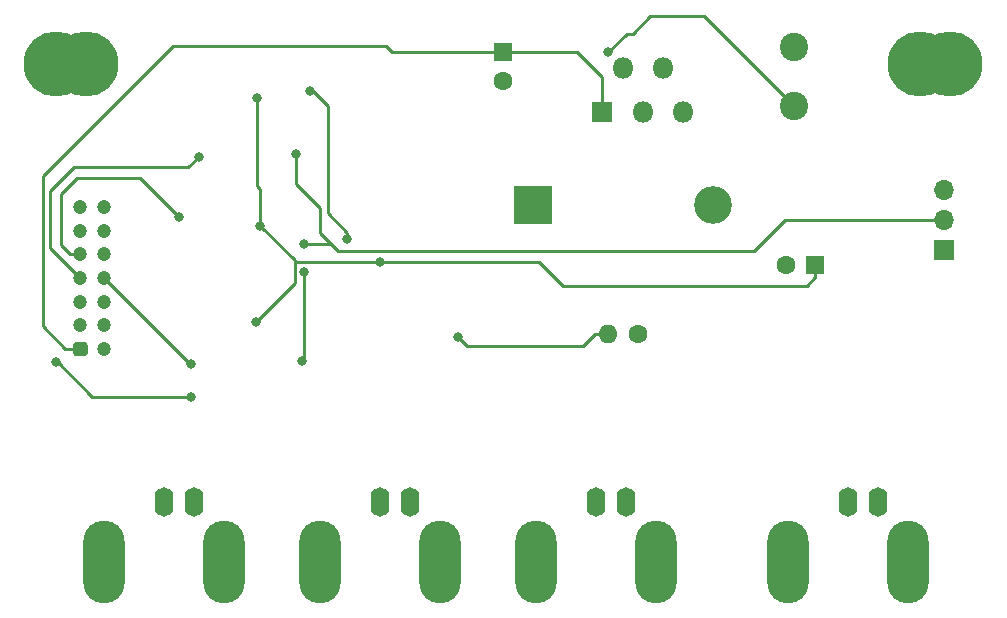
<source format=gbr>
G04 #@! TF.GenerationSoftware,KiCad,Pcbnew,5.0.2-bee76a0~70~ubuntu18.04.1*
G04 #@! TF.CreationDate,2019-03-10T17:41:35+00:00*
G04 #@! TF.ProjectId,Lcr_addon,4c63725f-6164-4646-9f6e-2e6b69636164,rev?*
G04 #@! TF.SameCoordinates,Original*
G04 #@! TF.FileFunction,Copper,L2,Bot*
G04 #@! TF.FilePolarity,Positive*
%FSLAX46Y46*%
G04 Gerber Fmt 4.6, Leading zero omitted, Abs format (unit mm)*
G04 Created by KiCad (PCBNEW 5.0.2-bee76a0~70~ubuntu18.04.1) date Sun 10 Mar 2019 17:41:35 GMT*
%MOMM*%
%LPD*%
G01*
G04 APERTURE LIST*
G04 #@! TA.AperFunction,Conductor*
%ADD10C,0.100000*%
G04 #@! TD*
G04 #@! TA.AperFunction,ComponentPad*
%ADD11C,1.200000*%
G04 #@! TD*
G04 #@! TA.AperFunction,ComponentPad*
%ADD12C,5.500000*%
G04 #@! TD*
G04 #@! TA.AperFunction,ComponentPad*
%ADD13R,1.800000X1.800000*%
G04 #@! TD*
G04 #@! TA.AperFunction,ComponentPad*
%ADD14O,1.800000X1.800000*%
G04 #@! TD*
G04 #@! TA.AperFunction,ComponentPad*
%ADD15C,1.600000*%
G04 #@! TD*
G04 #@! TA.AperFunction,ComponentPad*
%ADD16R,1.600000X1.600000*%
G04 #@! TD*
G04 #@! TA.AperFunction,ComponentPad*
%ADD17R,3.200000X3.200000*%
G04 #@! TD*
G04 #@! TA.AperFunction,ComponentPad*
%ADD18O,3.200000X3.200000*%
G04 #@! TD*
G04 #@! TA.AperFunction,ComponentPad*
%ADD19O,1.600000X2.500000*%
G04 #@! TD*
G04 #@! TA.AperFunction,ComponentPad*
%ADD20O,3.500000X7.000000*%
G04 #@! TD*
G04 #@! TA.AperFunction,ComponentPad*
%ADD21C,2.400000*%
G04 #@! TD*
G04 #@! TA.AperFunction,ComponentPad*
%ADD22R,1.700000X1.700000*%
G04 #@! TD*
G04 #@! TA.AperFunction,ComponentPad*
%ADD23O,1.700000X1.700000*%
G04 #@! TD*
G04 #@! TA.AperFunction,ComponentPad*
%ADD24O,1.600000X1.600000*%
G04 #@! TD*
G04 #@! TA.AperFunction,ViaPad*
%ADD25C,0.800000*%
G04 #@! TD*
G04 #@! TA.AperFunction,Conductor*
%ADD26C,0.250000*%
G04 #@! TD*
G04 APERTURE END LIST*
D10*
G04 #@! TO.N,+12V*
G04 #@! TO.C,J2*
G36*
X43554505Y-79919204D02*
X43578773Y-79922804D01*
X43602572Y-79928765D01*
X43625671Y-79937030D01*
X43647850Y-79947520D01*
X43668893Y-79960132D01*
X43688599Y-79974747D01*
X43706777Y-79991223D01*
X43723253Y-80009401D01*
X43737868Y-80029107D01*
X43750480Y-80050150D01*
X43760970Y-80072329D01*
X43769235Y-80095428D01*
X43775196Y-80119227D01*
X43778796Y-80143495D01*
X43780000Y-80167999D01*
X43780000Y-80868001D01*
X43778796Y-80892505D01*
X43775196Y-80916773D01*
X43769235Y-80940572D01*
X43760970Y-80963671D01*
X43750480Y-80985850D01*
X43737868Y-81006893D01*
X43723253Y-81026599D01*
X43706777Y-81044777D01*
X43688599Y-81061253D01*
X43668893Y-81075868D01*
X43647850Y-81088480D01*
X43625671Y-81098970D01*
X43602572Y-81107235D01*
X43578773Y-81113196D01*
X43554505Y-81116796D01*
X43530001Y-81118000D01*
X42829999Y-81118000D01*
X42805495Y-81116796D01*
X42781227Y-81113196D01*
X42757428Y-81107235D01*
X42734329Y-81098970D01*
X42712150Y-81088480D01*
X42691107Y-81075868D01*
X42671401Y-81061253D01*
X42653223Y-81044777D01*
X42636747Y-81026599D01*
X42622132Y-81006893D01*
X42609520Y-80985850D01*
X42599030Y-80963671D01*
X42590765Y-80940572D01*
X42584804Y-80916773D01*
X42581204Y-80892505D01*
X42580000Y-80868001D01*
X42580000Y-80167999D01*
X42581204Y-80143495D01*
X42584804Y-80119227D01*
X42590765Y-80095428D01*
X42599030Y-80072329D01*
X42609520Y-80050150D01*
X42622132Y-80029107D01*
X42636747Y-80009401D01*
X42653223Y-79991223D01*
X42671401Y-79974747D01*
X42691107Y-79960132D01*
X42712150Y-79947520D01*
X42734329Y-79937030D01*
X42757428Y-79928765D01*
X42781227Y-79922804D01*
X42805495Y-79919204D01*
X42829999Y-79918000D01*
X43530001Y-79918000D01*
X43554505Y-79919204D01*
X43554505Y-79919204D01*
G37*
D11*
G04 #@! TD*
G04 #@! TO.P,J2,1*
G04 #@! TO.N,+12V*
X43180000Y-80518000D03*
G04 #@! TO.P,J2,3*
G04 #@! TO.N,Net-(J2-Pad3)*
X43180000Y-78518000D03*
G04 #@! TO.P,J2,5*
G04 #@! TO.N,Net-(J2-Pad5)*
X43180000Y-76518000D03*
G04 #@! TO.P,J2,7*
G04 #@! TO.N,Net-(J2-Pad7)*
X43180000Y-74518000D03*
G04 #@! TO.P,J2,9*
G04 #@! TO.N,Net-(J2-Pad9)*
X43180000Y-72518000D03*
G04 #@! TO.P,J2,11*
G04 #@! TO.N,Net-(J2-Pad11)*
X43180000Y-70518000D03*
G04 #@! TO.P,J2,13*
G04 #@! TO.N,GND*
X43180000Y-68518000D03*
G04 #@! TO.P,J2,2*
G04 #@! TO.N,Net-(J2-Pad2)*
X45180000Y-80518000D03*
G04 #@! TO.P,J2,4*
G04 #@! TO.N,Net-(J2-Pad4)*
X45180000Y-78518000D03*
G04 #@! TO.P,J2,6*
G04 #@! TO.N,Net-(J2-Pad6)*
X45180000Y-76518000D03*
G04 #@! TO.P,J2,8*
G04 #@! TO.N,Net-(J2-Pad8)*
X45180000Y-74518000D03*
G04 #@! TO.P,J2,10*
G04 #@! TO.N,Net-(J2-Pad10)*
X45180000Y-72518000D03*
G04 #@! TO.P,J2,12*
G04 #@! TO.N,GND*
X45180000Y-70518000D03*
G04 #@! TO.P,J2,14*
X45180000Y-68518000D03*
G04 #@! TD*
D12*
G04 #@! TO.P,REF\002A\002A,1*
G04 #@! TO.N,N/C*
X116840000Y-56388000D03*
G04 #@! TD*
G04 #@! TO.P,REF\002A\002A,1*
G04 #@! TO.N,N/C*
X114300000Y-56388000D03*
G04 #@! TD*
G04 #@! TO.P,REF\002A\002A,1*
G04 #@! TO.N,N/C*
X43688000Y-56388000D03*
G04 #@! TD*
D13*
G04 #@! TO.P,U4,1*
G04 #@! TO.N,+12V*
X87376000Y-60452000D03*
D14*
G04 #@! TO.P,U4,2*
G04 #@! TO.N,Net-(D1-Pad1)*
X89076000Y-56752000D03*
G04 #@! TO.P,U4,3*
G04 #@! TO.N,GND*
X90776000Y-60452000D03*
G04 #@! TO.P,U4,4*
G04 #@! TO.N,VCC*
X92476000Y-56752000D03*
G04 #@! TO.P,U4,5*
G04 #@! TO.N,GND*
X94176000Y-60452000D03*
G04 #@! TD*
D15*
G04 #@! TO.P,C1,2*
G04 #@! TO.N,GND*
X78994000Y-57872000D03*
D16*
G04 #@! TO.P,C1,1*
G04 #@! TO.N,+12V*
X78994000Y-55372000D03*
G04 #@! TD*
G04 #@! TO.P,C2,1*
G04 #@! TO.N,VCC*
X105410000Y-73406000D03*
D15*
G04 #@! TO.P,C2,2*
G04 #@! TO.N,GND*
X102910000Y-73406000D03*
G04 #@! TD*
D17*
G04 #@! TO.P,D1,1*
G04 #@! TO.N,Net-(D1-Pad1)*
X81534000Y-68326000D03*
D18*
G04 #@! TO.P,D1,2*
G04 #@! TO.N,GND*
X96774000Y-68326000D03*
G04 #@! TD*
D19*
G04 #@! TO.P,J4,2*
G04 #@! TO.N,GND*
X110744000Y-93472000D03*
G04 #@! TO.P,J4,1*
G04 #@! TO.N,Net-(J4-Pad1)*
X108204000Y-93472000D03*
D20*
G04 #@! TO.P,J4,2*
G04 #@! TO.N,GND*
X103124000Y-98552000D03*
X113284000Y-98552000D03*
G04 #@! TD*
D19*
G04 #@! TO.P,J5,2*
G04 #@! TO.N,GND*
X71120000Y-93472000D03*
G04 #@! TO.P,J5,1*
G04 #@! TO.N,Net-(J5-Pad1)*
X68580000Y-93472000D03*
D20*
G04 #@! TO.P,J5,2*
G04 #@! TO.N,GND*
X63500000Y-98552000D03*
X73660000Y-98552000D03*
G04 #@! TD*
G04 #@! TO.P,J6,2*
G04 #@! TO.N,GND*
X91948000Y-98552000D03*
X81788000Y-98552000D03*
D19*
G04 #@! TO.P,J6,1*
G04 #@! TO.N,Net-(J6-Pad1)*
X86868000Y-93472000D03*
G04 #@! TO.P,J6,2*
G04 #@! TO.N,GND*
X89408000Y-93472000D03*
G04 #@! TD*
D20*
G04 #@! TO.P,J7,2*
G04 #@! TO.N,GND*
X55372000Y-98552000D03*
X45212000Y-98552000D03*
D19*
G04 #@! TO.P,J7,1*
G04 #@! TO.N,Net-(J7-Pad1)*
X50292000Y-93472000D03*
G04 #@! TO.P,J7,2*
G04 #@! TO.N,GND*
X52832000Y-93472000D03*
G04 #@! TD*
D21*
G04 #@! TO.P,L1,1*
G04 #@! TO.N,Net-(D1-Pad1)*
X103632000Y-59944000D03*
G04 #@! TO.P,L1,2*
G04 #@! TO.N,VCC*
X103632000Y-54944000D03*
G04 #@! TD*
D22*
G04 #@! TO.P,J8,1*
G04 #@! TO.N,Net-(J8-Pad1)*
X116332000Y-72136000D03*
D23*
G04 #@! TO.P,J8,2*
G04 #@! TO.N,Net-(J8-Pad2)*
X116332000Y-69596000D03*
G04 #@! TO.P,J8,3*
G04 #@! TO.N,VCC*
X116332000Y-67056000D03*
G04 #@! TD*
D12*
G04 #@! TO.P,REF\002A\002A,1*
G04 #@! TO.N,N/C*
X41148000Y-56388000D03*
G04 #@! TD*
D15*
G04 #@! TO.P,R1,1*
G04 #@! TO.N,Net-(J4-Pad1)*
X90424000Y-79248000D03*
D24*
G04 #@! TO.P,R1,2*
G04 #@! TO.N,Net-(R1-Pad2)*
X87884000Y-79248000D03*
G04 #@! TD*
D25*
G04 #@! TO.N,VCC*
X68580000Y-73152000D03*
X58166000Y-59309000D03*
X58039000Y-78232000D03*
X58420000Y-70104000D03*
G04 #@! TO.N,Net-(D1-Pad1)*
X87884000Y-55372000D03*
G04 #@! TO.N,Net-(J2-Pad5)*
X52578000Y-84582000D03*
X41148000Y-81661000D03*
G04 #@! TO.N,Net-(J2-Pad7)*
X53213000Y-64262000D03*
G04 #@! TO.N,Net-(J2-Pad9)*
X51562000Y-69342000D03*
G04 #@! TO.N,Net-(J2-Pad8)*
X52578000Y-81788000D03*
G04 #@! TO.N,Net-(J6-Pad1)*
X65786000Y-71247000D03*
X62611000Y-58674000D03*
G04 #@! TO.N,Net-(J8-Pad2)*
X62103000Y-71628000D03*
X61468000Y-64008000D03*
X62103000Y-74041000D03*
X61976000Y-81534000D03*
G04 #@! TO.N,Net-(R1-Pad2)*
X75184000Y-79502000D03*
G04 #@! TD*
D26*
G04 #@! TO.N,VCC*
X68580000Y-73152000D02*
X61468000Y-73152000D01*
X105410000Y-74456000D02*
X104682000Y-75184000D01*
X105410000Y-73406000D02*
X105410000Y-74456000D01*
X104682000Y-75184000D02*
X84074000Y-75184000D01*
X82042000Y-73152000D02*
X68580000Y-73152000D01*
X84074000Y-75184000D02*
X82042000Y-73152000D01*
X58420000Y-66998315D02*
X58166000Y-66744315D01*
X58420000Y-67564000D02*
X58420000Y-66998315D01*
X58166000Y-66744315D02*
X58166000Y-59309000D01*
X61341000Y-73025000D02*
X61341000Y-74930000D01*
X61341000Y-73025000D02*
X58420000Y-70104000D01*
X61468000Y-73152000D02*
X61341000Y-73025000D01*
X61341000Y-74930000D02*
X58039000Y-78232000D01*
X58420000Y-67818000D02*
X58420000Y-67564000D01*
X58420000Y-70104000D02*
X58420000Y-67818000D01*
G04 #@! TO.N,Net-(D1-Pad1)*
X89943999Y-53820001D02*
X91440000Y-52324000D01*
X96012000Y-52324000D02*
X103632000Y-59944000D01*
X91440000Y-52324000D02*
X96012000Y-52324000D01*
X89943999Y-53820001D02*
X89435999Y-53820001D01*
X89435999Y-53820001D02*
X87884000Y-55372000D01*
G04 #@! TO.N,+12V*
X87376000Y-57524000D02*
X87376000Y-60452000D01*
X78994000Y-55372000D02*
X85224000Y-55372000D01*
X85224000Y-55372000D02*
X87376000Y-57524000D01*
X41910000Y-80518000D02*
X43180000Y-80518000D01*
X69596000Y-55372000D02*
X69088000Y-54864000D01*
X78994000Y-55372000D02*
X69596000Y-55372000D01*
X69088000Y-54864000D02*
X51054000Y-54864000D01*
X40005000Y-78613000D02*
X41910000Y-80518000D01*
X51054000Y-54864000D02*
X40005000Y-65913000D01*
X40005000Y-65913000D02*
X40005000Y-78613000D01*
G04 #@! TO.N,Net-(J2-Pad5)*
X52578000Y-84582000D02*
X52012315Y-84582000D01*
X52012315Y-84582000D02*
X44196000Y-84582000D01*
X44196000Y-84582000D02*
X41275000Y-81661000D01*
X41275000Y-81661000D02*
X41148000Y-81661000D01*
G04 #@! TO.N,Net-(J2-Pad7)*
X42580001Y-73918001D02*
X42549001Y-73918001D01*
X43180000Y-74518000D02*
X42580001Y-73918001D01*
X42549001Y-73918001D02*
X40640000Y-72009000D01*
X40640000Y-72009000D02*
X40640000Y-67183000D01*
X40640000Y-67183000D02*
X42672000Y-65151000D01*
X42672000Y-65151000D02*
X52324000Y-65151000D01*
X52324000Y-65151000D02*
X53213000Y-64262000D01*
G04 #@! TO.N,Net-(J2-Pad9)*
X49784000Y-67564000D02*
X51562000Y-69342000D01*
X42331472Y-72518000D02*
X41529000Y-71715528D01*
X43180000Y-72518000D02*
X42331472Y-72518000D01*
X41529000Y-71715528D02*
X41529000Y-67437000D01*
X41529000Y-67437000D02*
X42926000Y-66040000D01*
X42926000Y-66040000D02*
X48260000Y-66040000D01*
X48260000Y-66040000D02*
X49784000Y-67564000D01*
G04 #@! TO.N,Net-(J2-Pad8)*
X45779999Y-75117999D02*
X45780999Y-75117999D01*
X45180000Y-74518000D02*
X45779999Y-75117999D01*
X45780999Y-75117999D02*
X52451000Y-81788000D01*
X52451000Y-81788000D02*
X52578000Y-81788000D01*
G04 #@! TO.N,Net-(J6-Pad1)*
X65786000Y-70681315D02*
X64135000Y-69030315D01*
X65786000Y-71247000D02*
X65786000Y-70681315D01*
X64135000Y-69030315D02*
X64135000Y-59944000D01*
X64135000Y-59944000D02*
X62865000Y-58674000D01*
X62865000Y-58674000D02*
X62611000Y-58674000D01*
G04 #@! TO.N,Net-(J8-Pad2)*
X116332000Y-69596000D02*
X102870000Y-69596000D01*
X102870000Y-69596000D02*
X100203000Y-72263000D01*
X100203000Y-72263000D02*
X65024000Y-72263000D01*
X65024000Y-72263000D02*
X64389000Y-71628000D01*
X64389000Y-71628000D02*
X62103000Y-71628000D01*
X64389000Y-71628000D02*
X64008000Y-71247000D01*
X64008000Y-71247000D02*
X63500000Y-70739000D01*
X63500000Y-70739000D02*
X63500000Y-68580000D01*
X63500000Y-68580000D02*
X61468000Y-66548000D01*
X61468000Y-66548000D02*
X61468000Y-64008000D01*
X62103000Y-74041000D02*
X62103000Y-81407000D01*
X62103000Y-81407000D02*
X61976000Y-81534000D01*
G04 #@! TO.N,Net-(R1-Pad2)*
X86752630Y-79248000D02*
X85736630Y-80264000D01*
X87884000Y-79248000D02*
X86752630Y-79248000D01*
X85736630Y-80264000D02*
X75946000Y-80264000D01*
X75946000Y-80264000D02*
X75184000Y-79502000D01*
G04 #@! TD*
M02*

</source>
